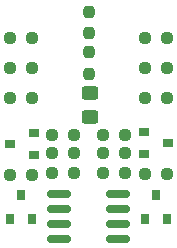
<source format=gbr>
%TF.GenerationSoftware,KiCad,Pcbnew,(6.0.0)*%
%TF.CreationDate,2022-01-02T16:00:34+01:00*%
%TF.ProjectId,S-Mix-Replacement,532d4d69-782d-4526-9570-6c6163656d65,rev?*%
%TF.SameCoordinates,Original*%
%TF.FileFunction,Paste,Top*%
%TF.FilePolarity,Positive*%
%FSLAX46Y46*%
G04 Gerber Fmt 4.6, Leading zero omitted, Abs format (unit mm)*
G04 Created by KiCad (PCBNEW (6.0.0)) date 2022-01-02 16:00:34*
%MOMM*%
%LPD*%
G01*
G04 APERTURE LIST*
G04 Aperture macros list*
%AMRoundRect*
0 Rectangle with rounded corners*
0 $1 Rounding radius*
0 $2 $3 $4 $5 $6 $7 $8 $9 X,Y pos of 4 corners*
0 Add a 4 corners polygon primitive as box body*
4,1,4,$2,$3,$4,$5,$6,$7,$8,$9,$2,$3,0*
0 Add four circle primitives for the rounded corners*
1,1,$1+$1,$2,$3*
1,1,$1+$1,$4,$5*
1,1,$1+$1,$6,$7*
1,1,$1+$1,$8,$9*
0 Add four rect primitives between the rounded corners*
20,1,$1+$1,$2,$3,$4,$5,0*
20,1,$1+$1,$4,$5,$6,$7,0*
20,1,$1+$1,$6,$7,$8,$9,0*
20,1,$1+$1,$8,$9,$2,$3,0*%
G04 Aperture macros list end*
%ADD10RoundRect,0.249999X0.450001X-0.325001X0.450001X0.325001X-0.450001X0.325001X-0.450001X-0.325001X0*%
%ADD11RoundRect,0.150000X-0.825000X-0.150000X0.825000X-0.150000X0.825000X0.150000X-0.825000X0.150000X0*%
%ADD12RoundRect,0.237500X-0.250000X-0.237500X0.250000X-0.237500X0.250000X0.237500X-0.250000X0.237500X0*%
%ADD13RoundRect,0.237500X0.250000X0.237500X-0.250000X0.237500X-0.250000X-0.237500X0.250000X-0.237500X0*%
%ADD14R,0.800000X0.900000*%
%ADD15RoundRect,0.237500X0.237500X-0.250000X0.237500X0.250000X-0.237500X0.250000X-0.237500X-0.250000X0*%
%ADD16R,0.900000X0.800000*%
%ADD17RoundRect,0.237500X-0.237500X0.250000X-0.237500X-0.250000X0.237500X-0.250000X0.237500X0.250000X0*%
G04 APERTURE END LIST*
D10*
%TO.C,C1*%
X147320000Y-102625000D03*
X147320000Y-100575000D03*
%TD*%
D11*
%TO.C,IC1*%
X144718000Y-109093000D03*
X144718000Y-110363000D03*
X144718000Y-111633000D03*
X144718000Y-112903000D03*
X149668000Y-112903000D03*
X149668000Y-111633000D03*
X149668000Y-110363000D03*
X149668000Y-109093000D03*
%TD*%
D12*
%TO.C,R6*%
X151972000Y-100965000D03*
X153797000Y-100965000D03*
%TD*%
D13*
%TO.C,R13*%
X145946500Y-107315000D03*
X144121500Y-107315000D03*
%TD*%
%TO.C,R4*%
X142367000Y-98425000D03*
X140542000Y-98425000D03*
%TD*%
D14*
%TO.C,T1*%
X140528000Y-111236000D03*
X142428000Y-111236000D03*
X141478000Y-109236000D03*
%TD*%
D12*
%TO.C,R16*%
X148439500Y-104140000D03*
X150264500Y-104140000D03*
%TD*%
D14*
%TO.C,T2*%
X151958000Y-111236000D03*
X153858000Y-111236000D03*
X152908000Y-109236000D03*
%TD*%
D13*
%TO.C,R12*%
X153820500Y-107442000D03*
X151995500Y-107442000D03*
%TD*%
D12*
%TO.C,R7*%
X151972000Y-98425000D03*
X153797000Y-98425000D03*
%TD*%
%TO.C,R8*%
X151972000Y-95885000D03*
X153797000Y-95885000D03*
%TD*%
D15*
%TO.C,R1*%
X147193000Y-95527500D03*
X147193000Y-93702500D03*
%TD*%
D13*
%TO.C,R3*%
X142367000Y-100965000D03*
X140542000Y-100965000D03*
%TD*%
%TO.C,R15*%
X145946500Y-104140000D03*
X144121500Y-104140000D03*
%TD*%
%TO.C,R10*%
X150264500Y-105664000D03*
X148439500Y-105664000D03*
%TD*%
D12*
%TO.C,R9*%
X144098000Y-105664000D03*
X145923000Y-105664000D03*
%TD*%
D13*
%TO.C,R5*%
X142367000Y-95885000D03*
X140542000Y-95885000D03*
%TD*%
D16*
%TO.C,T3*%
X142544000Y-105852000D03*
X142544000Y-103952000D03*
X140544000Y-104902000D03*
%TD*%
D12*
%TO.C,R14*%
X148439500Y-107315000D03*
X150264500Y-107315000D03*
%TD*%
D16*
%TO.C,T4*%
X151908000Y-103881498D03*
X151908000Y-105781498D03*
X153908000Y-104831498D03*
%TD*%
D17*
%TO.C,R2*%
X147193000Y-97131500D03*
X147193000Y-98956500D03*
%TD*%
D12*
%TO.C,R11*%
X140565500Y-107554773D03*
X142390500Y-107554773D03*
%TD*%
M02*

</source>
